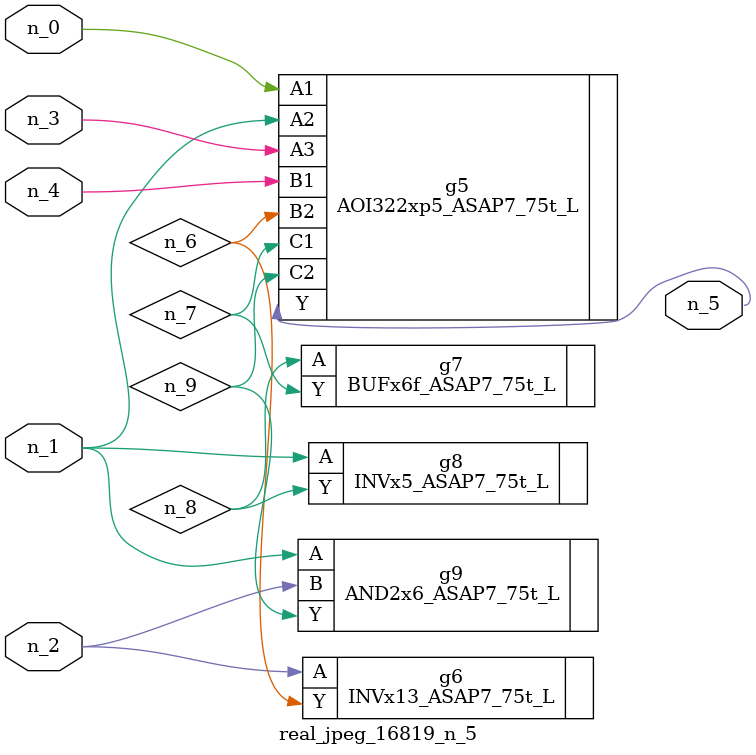
<source format=v>
module real_jpeg_16819_n_5 (n_4, n_0, n_1, n_2, n_3, n_5);

input n_4;
input n_0;
input n_1;
input n_2;
input n_3;

output n_5;

wire n_8;
wire n_6;
wire n_7;
wire n_9;

AOI322xp5_ASAP7_75t_L g5 ( 
.A1(n_0),
.A2(n_1),
.A3(n_3),
.B1(n_4),
.B2(n_6),
.C1(n_7),
.C2(n_9),
.Y(n_5)
);

INVx5_ASAP7_75t_L g8 ( 
.A(n_1),
.Y(n_8)
);

AND2x6_ASAP7_75t_L g9 ( 
.A(n_1),
.B(n_2),
.Y(n_9)
);

INVx13_ASAP7_75t_L g6 ( 
.A(n_2),
.Y(n_6)
);

BUFx6f_ASAP7_75t_L g7 ( 
.A(n_8),
.Y(n_7)
);


endmodule
</source>
